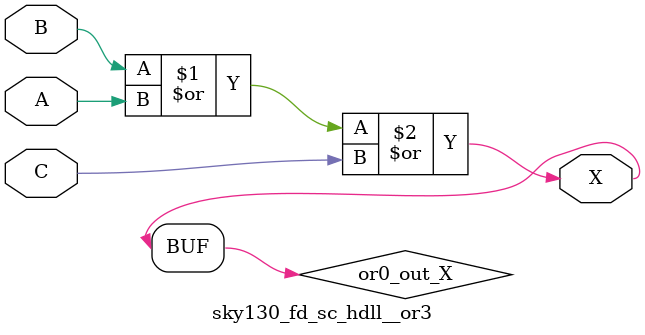
<source format=v>
/*
 * Copyright 2020 The SkyWater PDK Authors
 *
 * Licensed under the Apache License, Version 2.0 (the "License");
 * you may not use this file except in compliance with the License.
 * You may obtain a copy of the License at
 *
 *     https://www.apache.org/licenses/LICENSE-2.0
 *
 * Unless required by applicable law or agreed to in writing, software
 * distributed under the License is distributed on an "AS IS" BASIS,
 * WITHOUT WARRANTIES OR CONDITIONS OF ANY KIND, either express or implied.
 * See the License for the specific language governing permissions and
 * limitations under the License.
 *
 * SPDX-License-Identifier: Apache-2.0
*/


`ifndef SKY130_FD_SC_HDLL__OR3_FUNCTIONAL_V
`define SKY130_FD_SC_HDLL__OR3_FUNCTIONAL_V

/**
 * or3: 3-input OR.
 *
 * Verilog simulation functional model.
 */

`timescale 1ns / 1ps
`default_nettype none

`celldefine
module sky130_fd_sc_hdll__or3 (
    X,
    A,
    B,
    C
);

    // Module ports
    output X;
    input  A;
    input  B;
    input  C;

    // Local signals
    wire or0_out_X;

    //  Name  Output     Other arguments
    or  or0  (or0_out_X, B, A, C        );
    buf buf0 (X        , or0_out_X      );

endmodule
`endcelldefine

`default_nettype wire
`endif  // SKY130_FD_SC_HDLL__OR3_FUNCTIONAL_V

</source>
